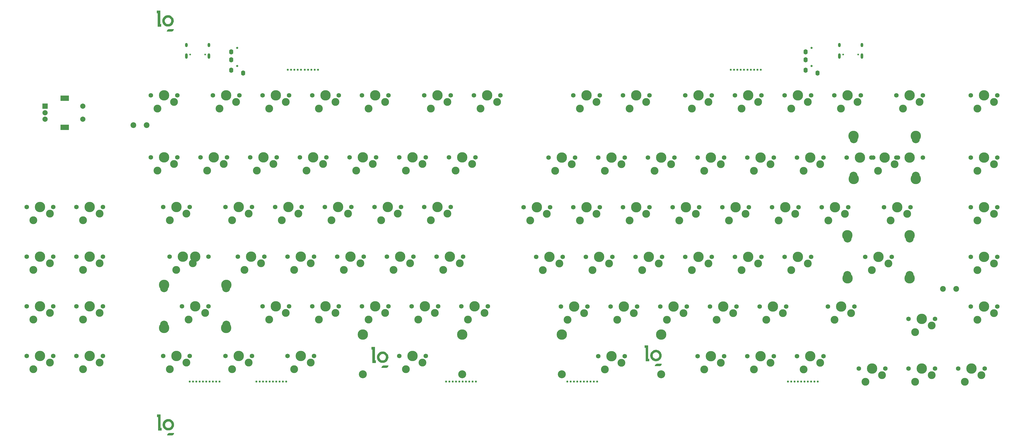
<source format=gbr>
%TF.GenerationSoftware,KiCad,Pcbnew,(5.99.0-12118-g897269f33f)*%
%TF.CreationDate,2021-10-13T23:43:10-04:00*%
%TF.ProjectId,dadboard,64616462-6f61-4726-942e-6b696361645f,rev?*%
%TF.SameCoordinates,Original*%
%TF.FileFunction,Soldermask,Top*%
%TF.FilePolarity,Negative*%
%FSLAX46Y46*%
G04 Gerber Fmt 4.6, Leading zero omitted, Abs format (unit mm)*
G04 Created by KiCad (PCBNEW (5.99.0-12118-g897269f33f)) date 2021-10-13 23:43:10*
%MOMM*%
%LPD*%
G01*
G04 APERTURE LIST*
%ADD10C,3.987800*%
%ADD11C,1.750000*%
%ADD12C,3.000000*%
%ADD13C,0.787400*%
%ADD14C,2.200000*%
%ADD15C,3.048000*%
%ADD16R,2.000000X2.000000*%
%ADD17C,2.000000*%
%ADD18R,3.200000X2.000000*%
%ADD19C,0.800000*%
%ADD20O,1.600000X2.000000*%
%ADD21C,0.650000*%
%ADD22O,1.000000X1.600000*%
%ADD23O,1.000000X2.100000*%
G04 APERTURE END LIST*
%TO.C,G\u002A\u002A\u002A*%
G36*
X151493416Y-51066715D02*
G01*
X151876370Y-51075493D01*
X151880507Y-51548324D01*
X151884643Y-52021154D01*
X150539939Y-52021154D01*
X150539939Y-46863000D01*
X150164800Y-46863000D01*
X150164800Y-45909524D01*
X151493416Y-45909524D01*
X151493416Y-51066715D01*
G37*
G36*
X152279699Y-49746877D02*
G01*
X152290876Y-49572359D01*
X152311986Y-49416407D01*
X152345185Y-49267310D01*
X152392633Y-49113354D01*
X152400664Y-49090385D01*
X152498398Y-48860086D01*
X152623098Y-48641807D01*
X152772133Y-48438263D01*
X152942871Y-48252169D01*
X153132681Y-48086239D01*
X153338932Y-47943187D01*
X153558992Y-47825728D01*
X153673503Y-47777395D01*
X153870329Y-47710251D01*
X154061149Y-47664462D01*
X154256805Y-47638041D01*
X154468138Y-47629004D01*
X154483931Y-47628971D01*
X154726751Y-47641332D01*
X154957158Y-47679266D01*
X155181743Y-47744294D01*
X155407095Y-47837939D01*
X155424554Y-47846325D01*
X155654421Y-47974643D01*
X155864328Y-48126461D01*
X156053143Y-48300325D01*
X156219734Y-48494781D01*
X156362970Y-48708374D01*
X156481719Y-48939648D01*
X156574849Y-49187150D01*
X156630180Y-49396007D01*
X156644469Y-49485674D01*
X156654338Y-49597954D01*
X156659778Y-49724511D01*
X156660781Y-49857009D01*
X156657340Y-49987113D01*
X156649446Y-50106486D01*
X156637090Y-50206792D01*
X156630996Y-50239247D01*
X156560521Y-50498254D01*
X156463493Y-50742646D01*
X156341213Y-50970849D01*
X156194982Y-51181292D01*
X156026098Y-51372402D01*
X155835864Y-51542606D01*
X155625578Y-51690332D01*
X155396542Y-51814008D01*
X155290449Y-51860284D01*
X155123629Y-51921585D01*
X154964369Y-51965427D01*
X154801974Y-51993963D01*
X154625750Y-52009346D01*
X154533600Y-52012679D01*
X154443794Y-52014216D01*
X154360967Y-52014726D01*
X154291988Y-52014233D01*
X154243721Y-52012763D01*
X154228800Y-52011585D01*
X153965934Y-51964134D01*
X153716319Y-51888393D01*
X153480309Y-51784534D01*
X153258255Y-51652728D01*
X153050508Y-51493150D01*
X152915629Y-51366878D01*
X152760329Y-51196660D01*
X152631522Y-51025190D01*
X152524949Y-50845597D01*
X152436351Y-50651008D01*
X152386186Y-50512629D01*
X152333095Y-50331062D01*
X152298483Y-50157906D01*
X152280765Y-49981764D01*
X152278765Y-49823624D01*
X153228662Y-49823624D01*
X153242185Y-50022686D01*
X153282894Y-50207545D01*
X153351835Y-50381030D01*
X153450048Y-50545973D01*
X153535362Y-50656206D01*
X153645985Y-50765859D01*
X153780186Y-50864644D01*
X153931064Y-50948633D01*
X154091714Y-51013896D01*
X154229976Y-51051542D01*
X154288630Y-51058768D01*
X154369484Y-51062042D01*
X154463771Y-51061684D01*
X154562723Y-51058020D01*
X154657573Y-51051370D01*
X154739554Y-51042060D01*
X154799324Y-51030567D01*
X154892681Y-50998638D01*
X154997431Y-50952015D01*
X155102800Y-50896339D01*
X155198014Y-50837249D01*
X155264922Y-50786839D01*
X155407897Y-50644833D01*
X155526163Y-50485853D01*
X155617938Y-50312737D01*
X155681434Y-50128323D01*
X155683043Y-50122016D01*
X155702864Y-50012545D01*
X155713387Y-49885724D01*
X155714273Y-49754152D01*
X155705186Y-49630429D01*
X155697554Y-49579566D01*
X155649712Y-49400921D01*
X155573853Y-49230973D01*
X155472812Y-49073372D01*
X155349425Y-48931771D01*
X155206526Y-48809819D01*
X155046950Y-48711168D01*
X155008674Y-48692386D01*
X154831953Y-48626341D01*
X154646117Y-48587755D01*
X154456124Y-48576591D01*
X154266930Y-48592811D01*
X154083493Y-48636378D01*
X153924000Y-48700617D01*
X153753215Y-48801522D01*
X153604080Y-48924848D01*
X153477260Y-49069932D01*
X153373419Y-49236114D01*
X153360110Y-49262324D01*
X153296170Y-49409436D01*
X153254853Y-49550122D01*
X153233393Y-49696192D01*
X153228662Y-49823624D01*
X152278765Y-49823624D01*
X152278355Y-49791240D01*
X152279699Y-49746877D01*
G37*
G36*
X156680632Y-53018076D02*
G01*
X156673273Y-53092843D01*
X156653303Y-53183815D01*
X156623884Y-53280208D01*
X156588178Y-53371235D01*
X156560970Y-53426285D01*
X156503385Y-53512569D01*
X156427006Y-53602197D01*
X156340248Y-53686809D01*
X156251530Y-53758042D01*
X156185355Y-53799481D01*
X156118985Y-53829957D01*
X156039625Y-53859786D01*
X155967932Y-53881543D01*
X155941068Y-53888039D01*
X155913524Y-53893557D01*
X155882621Y-53898177D01*
X155845682Y-53901978D01*
X155800031Y-53905039D01*
X155742991Y-53907439D01*
X155671884Y-53909258D01*
X155584033Y-53910576D01*
X155476761Y-53911470D01*
X155347390Y-53912022D01*
X155193245Y-53912310D01*
X155011647Y-53912413D01*
X154925951Y-53912420D01*
X154004701Y-53912420D01*
X154015484Y-53814728D01*
X154034908Y-53709043D01*
X154068520Y-53595762D01*
X154111421Y-53489849D01*
X154139320Y-53436511D01*
X154195447Y-53356137D01*
X154270016Y-53270916D01*
X154353735Y-53190435D01*
X154437316Y-53124276D01*
X154450734Y-53115214D01*
X154515236Y-53078182D01*
X154593452Y-53040763D01*
X154668937Y-53010796D01*
X154672079Y-53009723D01*
X154797125Y-52967418D01*
X155738879Y-52962291D01*
X156680632Y-52957164D01*
X156680632Y-53018076D01*
G37*
G36*
X-30390368Y75378924D02*
G01*
X-30397727Y75304157D01*
X-30417697Y75213185D01*
X-30447116Y75116792D01*
X-30482822Y75025765D01*
X-30510030Y74970715D01*
X-30567615Y74884431D01*
X-30643994Y74794803D01*
X-30730752Y74710191D01*
X-30819470Y74638958D01*
X-30885645Y74597519D01*
X-30952015Y74567043D01*
X-31031375Y74537214D01*
X-31103068Y74515457D01*
X-31129932Y74508961D01*
X-31157476Y74503443D01*
X-31188379Y74498823D01*
X-31225318Y74495022D01*
X-31270969Y74491961D01*
X-31328009Y74489561D01*
X-31399116Y74487742D01*
X-31486967Y74486424D01*
X-31594239Y74485530D01*
X-31723610Y74484978D01*
X-31877755Y74484690D01*
X-32059353Y74484587D01*
X-32145049Y74484580D01*
X-33066299Y74484580D01*
X-33055516Y74582272D01*
X-33036092Y74687957D01*
X-33002480Y74801238D01*
X-32959579Y74907151D01*
X-32931680Y74960489D01*
X-32875553Y75040863D01*
X-32800984Y75126084D01*
X-32717265Y75206565D01*
X-32633684Y75272724D01*
X-32620266Y75281786D01*
X-32555764Y75318818D01*
X-32477548Y75356237D01*
X-32402063Y75386204D01*
X-32398921Y75387277D01*
X-32273875Y75429582D01*
X-31332121Y75434709D01*
X-30390368Y75439836D01*
X-30390368Y75378924D01*
G37*
G36*
X-35577584Y77330285D02*
G01*
X-35194630Y77321507D01*
X-35190493Y76848676D01*
X-35186357Y76375846D01*
X-36531061Y76375846D01*
X-36531061Y81534000D01*
X-36906200Y81534000D01*
X-36906200Y82487476D01*
X-35577584Y82487476D01*
X-35577584Y77330285D01*
G37*
G36*
X-34791301Y78650123D02*
G01*
X-34780124Y78824641D01*
X-34759014Y78980593D01*
X-34725815Y79129690D01*
X-34678367Y79283646D01*
X-34670336Y79306615D01*
X-34572602Y79536914D01*
X-34447902Y79755193D01*
X-34298867Y79958737D01*
X-34128129Y80144831D01*
X-33938319Y80310761D01*
X-33732068Y80453813D01*
X-33512008Y80571272D01*
X-33397497Y80619605D01*
X-33200671Y80686749D01*
X-33009851Y80732538D01*
X-32814195Y80758959D01*
X-32602862Y80767996D01*
X-32587069Y80768029D01*
X-32344249Y80755668D01*
X-32113842Y80717734D01*
X-31889257Y80652706D01*
X-31663905Y80559061D01*
X-31646446Y80550675D01*
X-31416579Y80422357D01*
X-31206672Y80270539D01*
X-31017857Y80096675D01*
X-30851266Y79902219D01*
X-30708030Y79688626D01*
X-30589281Y79457352D01*
X-30496151Y79209850D01*
X-30440820Y79000993D01*
X-30426531Y78911326D01*
X-30416662Y78799046D01*
X-30411222Y78672489D01*
X-30410219Y78539991D01*
X-30413660Y78409887D01*
X-30421554Y78290514D01*
X-30433910Y78190208D01*
X-30440004Y78157753D01*
X-30510479Y77898746D01*
X-30607507Y77654354D01*
X-30729787Y77426151D01*
X-30876018Y77215708D01*
X-31044902Y77024598D01*
X-31235136Y76854394D01*
X-31445422Y76706668D01*
X-31674458Y76582992D01*
X-31780551Y76536716D01*
X-31947371Y76475415D01*
X-32106631Y76431573D01*
X-32269026Y76403037D01*
X-32445250Y76387654D01*
X-32537400Y76384321D01*
X-32627206Y76382784D01*
X-32710033Y76382274D01*
X-32779012Y76382767D01*
X-32827279Y76384237D01*
X-32842200Y76385415D01*
X-33105066Y76432866D01*
X-33354681Y76508607D01*
X-33590691Y76612466D01*
X-33812745Y76744272D01*
X-34020492Y76903850D01*
X-34155371Y77030122D01*
X-34310671Y77200340D01*
X-34439478Y77371810D01*
X-34546051Y77551403D01*
X-34634649Y77745992D01*
X-34684814Y77884371D01*
X-34737905Y78065938D01*
X-34772517Y78239094D01*
X-34790235Y78415236D01*
X-34792235Y78573376D01*
X-33842338Y78573376D01*
X-33828815Y78374314D01*
X-33788106Y78189455D01*
X-33719165Y78015970D01*
X-33620952Y77851027D01*
X-33535638Y77740794D01*
X-33425015Y77631141D01*
X-33290814Y77532356D01*
X-33139936Y77448367D01*
X-32979286Y77383104D01*
X-32841024Y77345458D01*
X-32782370Y77338232D01*
X-32701516Y77334958D01*
X-32607229Y77335316D01*
X-32508277Y77338980D01*
X-32413427Y77345630D01*
X-32331446Y77354940D01*
X-32271676Y77366433D01*
X-32178319Y77398362D01*
X-32073569Y77444985D01*
X-31968200Y77500661D01*
X-31872986Y77559751D01*
X-31806078Y77610161D01*
X-31663103Y77752167D01*
X-31544837Y77911147D01*
X-31453062Y78084263D01*
X-31389566Y78268677D01*
X-31387957Y78274984D01*
X-31368136Y78384455D01*
X-31357613Y78511276D01*
X-31356727Y78642848D01*
X-31365814Y78766571D01*
X-31373446Y78817434D01*
X-31421288Y78996079D01*
X-31497147Y79166027D01*
X-31598188Y79323628D01*
X-31721575Y79465229D01*
X-31864474Y79587181D01*
X-32024050Y79685832D01*
X-32062326Y79704614D01*
X-32239047Y79770659D01*
X-32424883Y79809245D01*
X-32614876Y79820409D01*
X-32804070Y79804189D01*
X-32987507Y79760622D01*
X-33147000Y79696383D01*
X-33317785Y79595478D01*
X-33466920Y79472152D01*
X-33593740Y79327068D01*
X-33697581Y79160886D01*
X-33710890Y79134676D01*
X-33774830Y78987564D01*
X-33816147Y78846878D01*
X-33837607Y78700808D01*
X-33842338Y78573376D01*
X-34792235Y78573376D01*
X-34792645Y78605760D01*
X-34791301Y78650123D01*
G37*
G36*
X-35450584Y-77609715D02*
G01*
X-35067630Y-77618493D01*
X-35063493Y-78091324D01*
X-35059357Y-78564154D01*
X-36404061Y-78564154D01*
X-36404061Y-73406000D01*
X-36779200Y-73406000D01*
X-36779200Y-72452524D01*
X-35450584Y-72452524D01*
X-35450584Y-77609715D01*
G37*
G36*
X-34664301Y-76289877D02*
G01*
X-34653124Y-76115359D01*
X-34632014Y-75959407D01*
X-34598815Y-75810310D01*
X-34551367Y-75656354D01*
X-34543336Y-75633385D01*
X-34445602Y-75403086D01*
X-34320902Y-75184807D01*
X-34171867Y-74981263D01*
X-34001129Y-74795169D01*
X-33811319Y-74629239D01*
X-33605068Y-74486187D01*
X-33385008Y-74368728D01*
X-33270497Y-74320395D01*
X-33073671Y-74253251D01*
X-32882851Y-74207462D01*
X-32687195Y-74181041D01*
X-32475862Y-74172004D01*
X-32460069Y-74171971D01*
X-32217249Y-74184332D01*
X-31986842Y-74222266D01*
X-31762257Y-74287294D01*
X-31536905Y-74380939D01*
X-31519446Y-74389325D01*
X-31289579Y-74517643D01*
X-31079672Y-74669461D01*
X-30890857Y-74843325D01*
X-30724266Y-75037781D01*
X-30581030Y-75251374D01*
X-30462281Y-75482648D01*
X-30369151Y-75730150D01*
X-30313820Y-75939007D01*
X-30299531Y-76028674D01*
X-30289662Y-76140954D01*
X-30284222Y-76267511D01*
X-30283219Y-76400009D01*
X-30286660Y-76530113D01*
X-30294554Y-76649486D01*
X-30306910Y-76749792D01*
X-30313004Y-76782247D01*
X-30383479Y-77041254D01*
X-30480507Y-77285646D01*
X-30602787Y-77513849D01*
X-30749018Y-77724292D01*
X-30917902Y-77915402D01*
X-31108136Y-78085606D01*
X-31318422Y-78233332D01*
X-31547458Y-78357008D01*
X-31653551Y-78403284D01*
X-31820371Y-78464585D01*
X-31979631Y-78508427D01*
X-32142026Y-78536963D01*
X-32318250Y-78552346D01*
X-32410400Y-78555679D01*
X-32500206Y-78557216D01*
X-32583033Y-78557726D01*
X-32652012Y-78557233D01*
X-32700279Y-78555763D01*
X-32715200Y-78554585D01*
X-32978066Y-78507134D01*
X-33227681Y-78431393D01*
X-33463691Y-78327534D01*
X-33685745Y-78195728D01*
X-33893492Y-78036150D01*
X-34028371Y-77909878D01*
X-34183671Y-77739660D01*
X-34312478Y-77568190D01*
X-34419051Y-77388597D01*
X-34507649Y-77194008D01*
X-34557814Y-77055629D01*
X-34610905Y-76874062D01*
X-34645517Y-76700906D01*
X-34663235Y-76524764D01*
X-34665235Y-76366624D01*
X-33715338Y-76366624D01*
X-33701815Y-76565686D01*
X-33661106Y-76750545D01*
X-33592165Y-76924030D01*
X-33493952Y-77088973D01*
X-33408638Y-77199206D01*
X-33298015Y-77308859D01*
X-33163814Y-77407644D01*
X-33012936Y-77491633D01*
X-32852286Y-77556896D01*
X-32714024Y-77594542D01*
X-32655370Y-77601768D01*
X-32574516Y-77605042D01*
X-32480229Y-77604684D01*
X-32381277Y-77601020D01*
X-32286427Y-77594370D01*
X-32204446Y-77585060D01*
X-32144676Y-77573567D01*
X-32051319Y-77541638D01*
X-31946569Y-77495015D01*
X-31841200Y-77439339D01*
X-31745986Y-77380249D01*
X-31679078Y-77329839D01*
X-31536103Y-77187833D01*
X-31417837Y-77028853D01*
X-31326062Y-76855737D01*
X-31262566Y-76671323D01*
X-31260957Y-76665016D01*
X-31241136Y-76555545D01*
X-31230613Y-76428724D01*
X-31229727Y-76297152D01*
X-31238814Y-76173429D01*
X-31246446Y-76122566D01*
X-31294288Y-75943921D01*
X-31370147Y-75773973D01*
X-31471188Y-75616372D01*
X-31594575Y-75474771D01*
X-31737474Y-75352819D01*
X-31897050Y-75254168D01*
X-31935326Y-75235386D01*
X-32112047Y-75169341D01*
X-32297883Y-75130755D01*
X-32487876Y-75119591D01*
X-32677070Y-75135811D01*
X-32860507Y-75179378D01*
X-33020000Y-75243617D01*
X-33190785Y-75344522D01*
X-33339920Y-75467848D01*
X-33466740Y-75612932D01*
X-33570581Y-75779114D01*
X-33583890Y-75805324D01*
X-33647830Y-75952436D01*
X-33689147Y-76093122D01*
X-33710607Y-76239192D01*
X-33715338Y-76366624D01*
X-34665235Y-76366624D01*
X-34665645Y-76334240D01*
X-34664301Y-76289877D01*
G37*
G36*
X-30263368Y-79561076D02*
G01*
X-30270727Y-79635843D01*
X-30290697Y-79726815D01*
X-30320116Y-79823208D01*
X-30355822Y-79914235D01*
X-30383030Y-79969285D01*
X-30440615Y-80055569D01*
X-30516994Y-80145197D01*
X-30603752Y-80229809D01*
X-30692470Y-80301042D01*
X-30758645Y-80342481D01*
X-30825015Y-80372957D01*
X-30904375Y-80402786D01*
X-30976068Y-80424543D01*
X-31002932Y-80431039D01*
X-31030476Y-80436557D01*
X-31061379Y-80441177D01*
X-31098318Y-80444978D01*
X-31143969Y-80448039D01*
X-31201009Y-80450439D01*
X-31272116Y-80452258D01*
X-31359967Y-80453576D01*
X-31467239Y-80454470D01*
X-31596610Y-80455022D01*
X-31750755Y-80455310D01*
X-31932353Y-80455413D01*
X-32018049Y-80455420D01*
X-32939299Y-80455420D01*
X-32928516Y-80357728D01*
X-32909092Y-80252043D01*
X-32875480Y-80138762D01*
X-32832579Y-80032849D01*
X-32804680Y-79979511D01*
X-32748553Y-79899137D01*
X-32673984Y-79813916D01*
X-32590265Y-79733435D01*
X-32506684Y-79667276D01*
X-32493266Y-79658214D01*
X-32428764Y-79621182D01*
X-32350548Y-79583763D01*
X-32275063Y-79553796D01*
X-32271921Y-79552723D01*
X-32146875Y-79510418D01*
X-31205121Y-79505291D01*
X-30263368Y-79500164D01*
X-30263368Y-79561076D01*
G37*
G36*
X46718416Y-51701715D02*
G01*
X47101370Y-51710493D01*
X47105507Y-52183324D01*
X47109643Y-52656154D01*
X45764939Y-52656154D01*
X45764939Y-47498000D01*
X45389800Y-47498000D01*
X45389800Y-46544524D01*
X46718416Y-46544524D01*
X46718416Y-51701715D01*
G37*
G36*
X47504699Y-50381877D02*
G01*
X47515876Y-50207359D01*
X47536986Y-50051407D01*
X47570185Y-49902310D01*
X47617633Y-49748354D01*
X47625664Y-49725385D01*
X47723398Y-49495086D01*
X47848098Y-49276807D01*
X47997133Y-49073263D01*
X48167871Y-48887169D01*
X48357681Y-48721239D01*
X48563932Y-48578187D01*
X48783992Y-48460728D01*
X48898503Y-48412395D01*
X49095329Y-48345251D01*
X49286149Y-48299462D01*
X49481805Y-48273041D01*
X49693138Y-48264004D01*
X49708931Y-48263971D01*
X49951751Y-48276332D01*
X50182158Y-48314266D01*
X50406743Y-48379294D01*
X50632095Y-48472939D01*
X50649554Y-48481325D01*
X50879421Y-48609643D01*
X51089328Y-48761461D01*
X51278143Y-48935325D01*
X51444734Y-49129781D01*
X51587970Y-49343374D01*
X51706719Y-49574648D01*
X51799849Y-49822150D01*
X51855180Y-50031007D01*
X51869469Y-50120674D01*
X51879338Y-50232954D01*
X51884778Y-50359511D01*
X51885781Y-50492009D01*
X51882340Y-50622113D01*
X51874446Y-50741486D01*
X51862090Y-50841792D01*
X51855996Y-50874247D01*
X51785521Y-51133254D01*
X51688493Y-51377646D01*
X51566213Y-51605849D01*
X51419982Y-51816292D01*
X51251098Y-52007402D01*
X51060864Y-52177606D01*
X50850578Y-52325332D01*
X50621542Y-52449008D01*
X50515449Y-52495284D01*
X50348629Y-52556585D01*
X50189369Y-52600427D01*
X50026974Y-52628963D01*
X49850750Y-52644346D01*
X49758600Y-52647679D01*
X49668794Y-52649216D01*
X49585967Y-52649726D01*
X49516988Y-52649233D01*
X49468721Y-52647763D01*
X49453800Y-52646585D01*
X49190934Y-52599134D01*
X48941319Y-52523393D01*
X48705309Y-52419534D01*
X48483255Y-52287728D01*
X48275508Y-52128150D01*
X48140629Y-52001878D01*
X47985329Y-51831660D01*
X47856522Y-51660190D01*
X47749949Y-51480597D01*
X47661351Y-51286008D01*
X47611186Y-51147629D01*
X47558095Y-50966062D01*
X47523483Y-50792906D01*
X47505765Y-50616764D01*
X47503765Y-50458624D01*
X48453662Y-50458624D01*
X48467185Y-50657686D01*
X48507894Y-50842545D01*
X48576835Y-51016030D01*
X48675048Y-51180973D01*
X48760362Y-51291206D01*
X48870985Y-51400859D01*
X49005186Y-51499644D01*
X49156064Y-51583633D01*
X49316714Y-51648896D01*
X49454976Y-51686542D01*
X49513630Y-51693768D01*
X49594484Y-51697042D01*
X49688771Y-51696684D01*
X49787723Y-51693020D01*
X49882573Y-51686370D01*
X49964554Y-51677060D01*
X50024324Y-51665567D01*
X50117681Y-51633638D01*
X50222431Y-51587015D01*
X50327800Y-51531339D01*
X50423014Y-51472249D01*
X50489922Y-51421839D01*
X50632897Y-51279833D01*
X50751163Y-51120853D01*
X50842938Y-50947737D01*
X50906434Y-50763323D01*
X50908043Y-50757016D01*
X50927864Y-50647545D01*
X50938387Y-50520724D01*
X50939273Y-50389152D01*
X50930186Y-50265429D01*
X50922554Y-50214566D01*
X50874712Y-50035921D01*
X50798853Y-49865973D01*
X50697812Y-49708372D01*
X50574425Y-49566771D01*
X50431526Y-49444819D01*
X50271950Y-49346168D01*
X50233674Y-49327386D01*
X50056953Y-49261341D01*
X49871117Y-49222755D01*
X49681124Y-49211591D01*
X49491930Y-49227811D01*
X49308493Y-49271378D01*
X49149000Y-49335617D01*
X48978215Y-49436522D01*
X48829080Y-49559848D01*
X48702260Y-49704932D01*
X48598419Y-49871114D01*
X48585110Y-49897324D01*
X48521170Y-50044436D01*
X48479853Y-50185122D01*
X48458393Y-50331192D01*
X48453662Y-50458624D01*
X47503765Y-50458624D01*
X47503355Y-50426240D01*
X47504699Y-50381877D01*
G37*
G36*
X51905632Y-53653076D02*
G01*
X51898273Y-53727843D01*
X51878303Y-53818815D01*
X51848884Y-53915208D01*
X51813178Y-54006235D01*
X51785970Y-54061285D01*
X51728385Y-54147569D01*
X51652006Y-54237197D01*
X51565248Y-54321809D01*
X51476530Y-54393042D01*
X51410355Y-54434481D01*
X51343985Y-54464957D01*
X51264625Y-54494786D01*
X51192932Y-54516543D01*
X51166068Y-54523039D01*
X51138524Y-54528557D01*
X51107621Y-54533177D01*
X51070682Y-54536978D01*
X51025031Y-54540039D01*
X50967991Y-54542439D01*
X50896884Y-54544258D01*
X50809033Y-54545576D01*
X50701761Y-54546470D01*
X50572390Y-54547022D01*
X50418245Y-54547310D01*
X50236647Y-54547413D01*
X50150951Y-54547420D01*
X49229701Y-54547420D01*
X49240484Y-54449728D01*
X49259908Y-54344043D01*
X49293520Y-54230762D01*
X49336421Y-54124849D01*
X49364320Y-54071511D01*
X49420447Y-53991137D01*
X49495016Y-53905916D01*
X49578735Y-53825435D01*
X49662316Y-53759276D01*
X49675734Y-53750214D01*
X49740236Y-53713182D01*
X49818452Y-53675763D01*
X49893937Y-53645796D01*
X49897079Y-53644723D01*
X50022125Y-53602418D01*
X50963879Y-53597291D01*
X51905632Y-53592164D01*
X51905632Y-53653076D01*
G37*
%TD*%
D10*
%TO.C,MX43*%
X213614000Y26162000D03*
D11*
X218694000Y26162000D03*
X208534000Y26162000D03*
%TD*%
D10*
%TO.C,MX128*%
X56400700Y-11912600D03*
D12*
X60210700Y-14452600D03*
D11*
X61480700Y-11912600D03*
D12*
X53860700Y-16992600D03*
D11*
X51320700Y-11912600D03*
%TD*%
%TO.C,MX65*%
X141859000Y7112000D03*
D10*
X146939000Y7112000D03*
D11*
X152019000Y7112000D03*
%TD*%
D12*
%TO.C,MX91*%
X-31864300Y2057400D03*
D11*
X-24244300Y7137400D03*
X-34404300Y7137400D03*
D10*
X-29324300Y7137400D03*
D12*
X-25514300Y4597400D03*
%TD*%
%TO.C,MX56*%
X141224000Y23622000D03*
D11*
X132334000Y26162000D03*
D10*
X137414000Y26162000D03*
D11*
X142494000Y26162000D03*
D12*
X134874000Y21082000D03*
%TD*%
D11*
%TO.C,MX169*%
X-76631800Y-50012600D03*
D10*
X-81711800Y-50012600D03*
D11*
X-86791800Y-50012600D03*
%TD*%
D10*
%TO.C,MX33*%
X4013200Y26187400D03*
D11*
X9093200Y26187400D03*
X-1066800Y26187400D03*
%TD*%
%TO.C,MX127*%
X42430700Y-11912600D03*
D12*
X34810700Y-16992600D03*
X41160700Y-14452600D03*
D10*
X37350700Y-11912600D03*
D11*
X32270700Y-11912600D03*
%TD*%
%TO.C,MX137*%
X285369000Y-30988000D03*
X275209000Y-30988000D03*
D10*
X280289000Y-30988000D03*
%TD*%
D12*
%TO.C,MX183*%
X-58851800Y-52552600D03*
D11*
X-67741800Y-50012600D03*
D12*
X-65201800Y-55092600D03*
D11*
X-57581800Y-50012600D03*
D10*
X-62661800Y-50012600D03*
%TD*%
%TO.C,MX155*%
X-62661800Y-30962600D03*
D12*
X-65201800Y-36042600D03*
D11*
X-67741800Y-30962600D03*
D12*
X-58851800Y-33502600D03*
D11*
X-57581800Y-30962600D03*
%TD*%
%TO.C,MX173*%
X23380700Y-50012600D03*
D10*
X18300700Y-50012600D03*
D11*
X13220700Y-50012600D03*
%TD*%
%TO.C,MX34*%
X17983200Y26187400D03*
X28143200Y26187400D03*
D10*
X23063200Y26187400D03*
%TD*%
D11*
%TO.C,MX131*%
X137096500Y-30988000D03*
D10*
X142176500Y-30988000D03*
D11*
X147256500Y-30988000D03*
%TD*%
D12*
%TO.C,MX82*%
X150749000Y4572000D03*
D11*
X141859000Y7112000D03*
D12*
X144399000Y2032000D03*
D10*
X146939000Y7112000D03*
D11*
X152019000Y7112000D03*
%TD*%
D10*
%TO.C,MX6*%
X70688200Y49999900D03*
D11*
X75768200Y49999900D03*
X65608200Y49999900D03*
%TD*%
D13*
%TO.C,REF\u002A\u002A*%
X79121000Y-59817000D03*
X76581000Y-59817000D03*
X77851000Y-59817000D03*
X74041000Y-59817000D03*
X75311000Y-59817000D03*
%TD*%
D12*
%TO.C,MX22*%
X93548200Y47459900D03*
D11*
X94818200Y49999900D03*
X84658200Y49999900D03*
D12*
X87198200Y44919900D03*
D10*
X89738200Y49999900D03*
%TD*%
D12*
%TO.C,MX58*%
X172974000Y21082000D03*
D10*
X175514000Y26162000D03*
D12*
X179324000Y23622000D03*
D11*
X180594000Y26162000D03*
X170434000Y26162000D03*
%TD*%
%TO.C,MX41*%
X170434000Y26162000D03*
X180594000Y26162000D03*
D10*
X175514000Y26162000D03*
%TD*%
D11*
%TO.C,MX134*%
X194246500Y-30988000D03*
X204406500Y-30988000D03*
D10*
X199326500Y-30988000D03*
%TD*%
D12*
%TO.C,MX151*%
X229330250Y-33528000D03*
D10*
X225520250Y-30988000D03*
D11*
X230600250Y-30988000D03*
X220440250Y-30988000D03*
D12*
X222980250Y-36068000D03*
%TD*%
D10*
%TO.C,MX142*%
X27825700Y-30962600D03*
D11*
X32905700Y-30962600D03*
X22745700Y-30962600D03*
%TD*%
%TO.C,MX170*%
X-57581800Y-50012600D03*
X-67741800Y-50012600D03*
D10*
X-62661800Y-50012600D03*
%TD*%
%TO.C,MX113*%
X75450700Y-11912600D03*
D11*
X70370700Y-11912600D03*
X80530700Y-11912600D03*
%TD*%
%TO.C,MX165*%
X208534000Y-50038000D03*
X218694000Y-50038000D03*
D10*
X213614000Y-50038000D03*
%TD*%
D11*
%TO.C,MX167*%
X261493000Y-54787800D03*
D10*
X256413000Y-54787800D03*
D11*
X251333000Y-54787800D03*
%TD*%
%TO.C,MX185*%
X-431800Y-50012600D03*
D12*
X-1701800Y-52552600D03*
D11*
X-10591800Y-50012600D03*
D10*
X-5511800Y-50012600D03*
D12*
X-8051800Y-55092600D03*
%TD*%
%TO.C,MX153*%
X284099000Y-33528000D03*
D10*
X280289000Y-30988000D03*
D12*
X277749000Y-36068000D03*
D11*
X275209000Y-30988000D03*
X285369000Y-30988000D03*
%TD*%
%TO.C,MX145*%
X79895700Y-30962600D03*
X90055700Y-30962600D03*
D10*
X84975700Y-30962600D03*
%TD*%
%TO.C,MX148*%
X161226500Y-30988000D03*
D11*
X166306500Y-30988000D03*
X156146500Y-30988000D03*
D12*
X165036500Y-33528000D03*
X158686500Y-36068000D03*
%TD*%
D13*
%TO.C,REF\u002A\u002A*%
X-24257000Y-59817000D03*
X-19177000Y-59817000D03*
X-22987000Y-59817000D03*
X-20447000Y-59817000D03*
X-21717000Y-59817000D03*
%TD*%
D11*
%TO.C,MX138*%
X-86791800Y-30962600D03*
X-76631800Y-30962600D03*
D10*
X-81711800Y-30962600D03*
%TD*%
%TO.C,MX9*%
X146939000Y50038000D03*
D11*
X152019000Y50038000D03*
X141859000Y50038000D03*
%TD*%
%TO.C,MX72*%
X-76631800Y7137400D03*
D10*
X-81711800Y7137400D03*
D11*
X-86791800Y7137400D03*
%TD*%
D10*
%TO.C,MX107*%
X-26943050Y-11912600D03*
D11*
X-21863050Y-11912600D03*
X-32023050Y-11912600D03*
%TD*%
D10*
%TO.C,MX77*%
X32588200Y7137400D03*
D11*
X37668200Y7137400D03*
X27508200Y7137400D03*
%TD*%
%TO.C,MX84*%
X179959000Y7112000D03*
D10*
X185039000Y7112000D03*
D11*
X190119000Y7112000D03*
D12*
X182499000Y2032000D03*
X188849000Y4572000D03*
%TD*%
D11*
%TO.C,MX161*%
X90055700Y-30962600D03*
X79895700Y-30962600D03*
D12*
X88785700Y-33502600D03*
D10*
X84975700Y-30962600D03*
D12*
X82435700Y-36042600D03*
%TD*%
%TO.C,MX86*%
X226949000Y4572000D03*
D11*
X218059000Y7112000D03*
X228219000Y7112000D03*
D10*
X223139000Y7112000D03*
D12*
X220599000Y2032000D03*
%TD*%
D10*
%TO.C,MX38*%
X118364000Y26162000D03*
D11*
X113284000Y26162000D03*
X123444000Y26162000D03*
%TD*%
%TO.C,MX143*%
X41795700Y-30962600D03*
X51955700Y-30962600D03*
D10*
X46875700Y-30962600D03*
%TD*%
D14*
%TO.C,JP1*%
X-45847000Y38608000D03*
X-40767000Y38608000D03*
%TD*%
D12*
%TO.C,MX114*%
X117411500Y-14478000D03*
D11*
X118681500Y-11938000D03*
D10*
X113601500Y-11938000D03*
D12*
X111061500Y-17018000D03*
D11*
X108521500Y-11938000D03*
%TD*%
%TO.C,MX36*%
X56083200Y26187400D03*
D10*
X61163200Y26187400D03*
D11*
X66243200Y26187400D03*
%TD*%
D10*
%TO.C,MX88*%
X280289000Y7112000D03*
D11*
X285369000Y7112000D03*
D12*
X277749000Y2032000D03*
D11*
X275209000Y7112000D03*
D12*
X284099000Y4572000D03*
%TD*%
D10*
%TO.C,MX147*%
X142176500Y-30988000D03*
D11*
X147256500Y-30988000D03*
D12*
X139636500Y-36068000D03*
X145986500Y-33528000D03*
D11*
X137096500Y-30988000D03*
%TD*%
D10*
%TO.C,MX118*%
X189801500Y-11938000D03*
D12*
X187261500Y-17018000D03*
D11*
X194881500Y-11938000D03*
D12*
X193611500Y-14478000D03*
D11*
X184721500Y-11938000D03*
%TD*%
D10*
%TO.C,MX37*%
X80213200Y26187400D03*
D11*
X85293200Y26187400D03*
X75133200Y26187400D03*
%TD*%
D12*
%TO.C,MX89*%
X-84251800Y2057400D03*
D11*
X-86791800Y7137400D03*
D12*
X-77901800Y4597400D03*
D10*
X-81711800Y7137400D03*
D11*
X-76631800Y7137400D03*
%TD*%
%TO.C,MX112*%
X51320700Y-11912600D03*
X61480700Y-11912600D03*
D10*
X56400700Y-11912600D03*
%TD*%
D12*
%TO.C,MX178*%
X217424000Y-52578000D03*
D11*
X208534000Y-50038000D03*
X218694000Y-50038000D03*
D10*
X213614000Y-50038000D03*
D12*
X211074000Y-55118000D03*
%TD*%
%TO.C,MX19*%
X25285700Y44919900D03*
X31635700Y47459900D03*
D10*
X27825700Y49999900D03*
D11*
X32905700Y49999900D03*
X22745700Y49999900D03*
%TD*%
%TO.C,MX164*%
X189484000Y-50038000D03*
X199644000Y-50038000D03*
D10*
X194564000Y-50038000D03*
%TD*%
D11*
%TO.C,MX43*%
X227584000Y26162000D03*
D10*
X232664000Y26162000D03*
D11*
X237744000Y26162000D03*
%TD*%
%TO.C,MX146*%
X128206500Y-30988000D03*
X118046500Y-30988000D03*
D10*
X123126500Y-30988000D03*
D12*
X126936500Y-33528000D03*
X120586500Y-36068000D03*
%TD*%
D11*
%TO.C,MX16*%
X-39166800Y49999900D03*
D10*
X-34086800Y49999900D03*
D12*
X-36626800Y44919900D03*
X-30276800Y47459900D03*
D11*
X-29006800Y49999900D03*
%TD*%
D12*
%TO.C,MX158*%
X25285700Y-36042600D03*
D11*
X22745700Y-30962600D03*
X32905700Y-30962600D03*
D12*
X31635700Y-33502600D03*
D10*
X27825700Y-30962600D03*
%TD*%
%TO.C,MX105*%
X-81711800Y-11912600D03*
D11*
X-76631800Y-11912600D03*
X-86791800Y-11912600D03*
%TD*%
%TO.C,MX74*%
X-34404300Y7137400D03*
D10*
X-29324300Y7137400D03*
D11*
X-24244300Y7137400D03*
%TD*%
%TO.C,MX116*%
X146621500Y-11938000D03*
D10*
X151701500Y-11938000D03*
D12*
X155511500Y-14478000D03*
D11*
X156781500Y-11938000D03*
D12*
X149161500Y-17018000D03*
%TD*%
D10*
%TO.C,MX76*%
X13538200Y7137400D03*
D11*
X8458200Y7137400D03*
X18618200Y7137400D03*
%TD*%
D10*
%TO.C,MX104*%
X280289000Y-11938000D03*
D11*
X275209000Y-11938000D03*
X285369000Y-11938000D03*
%TD*%
%TO.C,MX154*%
X-86791800Y-30962600D03*
X-76631800Y-30962600D03*
D12*
X-77901800Y-33502600D03*
D10*
X-81711800Y-30962600D03*
D12*
X-84251800Y-36042600D03*
%TD*%
%TO.C,MX26*%
X193611500Y47498000D03*
X187261500Y44958000D03*
D11*
X184721500Y50038000D03*
D10*
X189801500Y50038000D03*
D11*
X194881500Y50038000D03*
%TD*%
D12*
%TO.C,MX20*%
X50685700Y47459900D03*
D11*
X41795700Y49999900D03*
X51955700Y49999900D03*
D12*
X44335700Y44919900D03*
D10*
X46875700Y49999900D03*
%TD*%
D11*
%TO.C,MX69*%
X228219000Y7112000D03*
D10*
X223139000Y7112000D03*
D11*
X218059000Y7112000D03*
%TD*%
%TO.C,MX98*%
X137731500Y-11938000D03*
X127571500Y-11938000D03*
D10*
X132651500Y-11938000D03*
%TD*%
D11*
%TO.C,MX2*%
X-5194300Y49999900D03*
D10*
X-10274300Y49999900D03*
D11*
X-15354300Y49999900D03*
%TD*%
D12*
%TO.C,MX159*%
X44335700Y-36042600D03*
D11*
X41795700Y-30962600D03*
X51955700Y-30962600D03*
D12*
X50685700Y-33502600D03*
D10*
X46875700Y-30962600D03*
%TD*%
D11*
%TO.C,MX182*%
X-76631800Y-50012600D03*
D12*
X-84251800Y-55092600D03*
X-77901800Y-52552600D03*
D11*
X-86791800Y-50012600D03*
D10*
X-81711800Y-50012600D03*
%TD*%
D11*
%TO.C,MX40*%
X161544000Y26162000D03*
D10*
X156464000Y26162000D03*
D11*
X151384000Y26162000D03*
%TD*%
%TO.C,MX152*%
X251333000Y-35737800D03*
D12*
X260223000Y-38277800D03*
D11*
X261493000Y-35737800D03*
D12*
X253873000Y-40817800D03*
D10*
X256413000Y-35737800D03*
%TD*%
D11*
%TO.C,MX61*%
X237109000Y26162000D03*
D10*
X254127000Y34417000D03*
X242189000Y26162000D03*
D12*
X245999000Y23622000D03*
D10*
X230251000Y34417000D03*
D11*
X247269000Y26162000D03*
D15*
X254127000Y19177000D03*
D12*
X239649000Y21082000D03*
D15*
X230251000Y19177000D03*
%TD*%
D11*
%TO.C,MX144*%
X60845700Y-30962600D03*
X71005700Y-30962600D03*
D10*
X65925700Y-30962600D03*
%TD*%
D11*
%TO.C,MX10*%
X175831500Y50038000D03*
D10*
X170751500Y50038000D03*
D11*
X165671500Y50038000D03*
%TD*%
D12*
%TO.C,MX121*%
X277749000Y-17018000D03*
D11*
X275209000Y-11938000D03*
D12*
X284099000Y-14478000D03*
D10*
X280289000Y-11938000D03*
D11*
X285369000Y-11938000D03*
%TD*%
D13*
%TO.C,REF\u002A\u002A*%
X131953000Y-59817000D03*
X130683000Y-59817000D03*
X126873000Y-59817000D03*
X129413000Y-59817000D03*
X128143000Y-59817000D03*
%TD*%
D11*
%TO.C,MX109*%
X4330700Y-11912600D03*
D10*
X-749300Y-11912600D03*
D11*
X-5829300Y-11912600D03*
%TD*%
D12*
%TO.C,MX120*%
X243617750Y-14478000D03*
D15*
X251745750Y-18923000D03*
D11*
X244887750Y-11938000D03*
D15*
X227869750Y-18923000D03*
D12*
X237267750Y-17018000D03*
D10*
X239807750Y-11938000D03*
D11*
X234727750Y-11938000D03*
D10*
X227869750Y-3683000D03*
X251745750Y-3683000D03*
%TD*%
%TO.C,MX13*%
X227901500Y50038000D03*
D11*
X232981500Y50038000D03*
X222821500Y50038000D03*
%TD*%
D12*
%TO.C,MX80*%
X106299000Y2032000D03*
D10*
X108839000Y7112000D03*
D11*
X103759000Y7112000D03*
D12*
X112649000Y4572000D03*
D11*
X113919000Y7112000D03*
%TD*%
D13*
%TO.C,REF\u002A\u002A*%
X207645000Y-59817000D03*
X206375000Y-59817000D03*
X208915000Y-59817000D03*
X210185000Y-59817000D03*
X205105000Y-59817000D03*
%TD*%
D11*
%TO.C,MX4*%
X32905700Y49999900D03*
X22745700Y49999900D03*
D10*
X27825700Y49999900D03*
%TD*%
D11*
%TO.C,MX15*%
X275209000Y50038000D03*
D10*
X280289000Y50038000D03*
D11*
X285369000Y50038000D03*
%TD*%
D10*
%TO.C,MX32*%
X-15036800Y26187400D03*
D11*
X-9956800Y26187400D03*
X-20116800Y26187400D03*
%TD*%
%TO.C,MX85*%
X209169000Y7112000D03*
D12*
X207899000Y4572000D03*
X201549000Y2032000D03*
D10*
X204089000Y7112000D03*
D11*
X199009000Y7112000D03*
%TD*%
%TO.C,MX168*%
X280543000Y-54787800D03*
X270383000Y-54787800D03*
D10*
X275463000Y-54787800D03*
%TD*%
D12*
%TO.C,MX160*%
X63385700Y-36042600D03*
X69735700Y-33502600D03*
D11*
X60845700Y-30962600D03*
X71005700Y-30962600D03*
D10*
X65925700Y-30962600D03*
%TD*%
D14*
%TO.C,JP2*%
X264541000Y-24257000D03*
X269621000Y-24257000D03*
%TD*%
D11*
%TO.C,MX70*%
X252031500Y7112000D03*
X241871500Y7112000D03*
D10*
X246951500Y7112000D03*
%TD*%
D12*
%TO.C,MX175*%
X134874000Y-55118000D03*
D11*
X142494000Y-50038000D03*
D12*
X141224000Y-52578000D03*
D11*
X132334000Y-50038000D03*
D10*
X137414000Y-50038000D03*
%TD*%
D11*
%TO.C,MX45*%
X237109000Y26162000D03*
D15*
X254095250Y33147000D03*
D11*
X247269000Y26162000D03*
D10*
X230282750Y17907000D03*
X242189000Y26162000D03*
X254095250Y17907000D03*
D15*
X230282750Y33147000D03*
%TD*%
D11*
%TO.C,MX23*%
X132969000Y50038000D03*
D10*
X127889000Y50038000D03*
D12*
X131699000Y47498000D03*
X125349000Y44958000D03*
D11*
X122809000Y50038000D03*
%TD*%
D10*
%TO.C,MX139*%
X-62661800Y-30962600D03*
D11*
X-57581800Y-30962600D03*
X-67741800Y-30962600D03*
%TD*%
D12*
%TO.C,MX18*%
X6235700Y44919900D03*
D11*
X3695700Y49999900D03*
D12*
X12585700Y47459900D03*
D10*
X8775700Y49999900D03*
D11*
X13855700Y49999900D03*
%TD*%
D12*
%TO.C,MX93*%
X17348200Y4597400D03*
D10*
X13538200Y7137400D03*
D11*
X18618200Y7137400D03*
D12*
X10998200Y2057400D03*
D11*
X8458200Y7137400D03*
%TD*%
%TO.C,MX141*%
X13855700Y-30962600D03*
D10*
X8775700Y-30962600D03*
D11*
X3695700Y-30962600D03*
%TD*%
%TO.C,MX75*%
X-10591800Y7137400D03*
D10*
X-5511800Y7137400D03*
D11*
X-431800Y7137400D03*
%TD*%
D13*
%TO.C,REF\u002A\u002A*%
X-15367000Y-59817000D03*
X-14097000Y-59817000D03*
X-12827000Y-59817000D03*
X-17907000Y-59817000D03*
X-16637000Y-59817000D03*
%TD*%
D12*
%TO.C,MX119*%
X206311500Y-17018000D03*
D10*
X208851500Y-11938000D03*
D11*
X203771500Y-11938000D03*
D12*
X212661500Y-14478000D03*
D11*
X213931500Y-11938000D03*
%TD*%
D12*
%TO.C,MX60*%
X211074000Y21082000D03*
D11*
X218694000Y26162000D03*
D12*
X217424000Y23622000D03*
D11*
X208534000Y26162000D03*
D10*
X213614000Y26162000D03*
%TD*%
%TO.C,MX124*%
X-26943050Y-11912600D03*
D12*
X-29483050Y-16992600D03*
D11*
X-32023050Y-11912600D03*
X-21863050Y-11912600D03*
D12*
X-23133050Y-14452600D03*
%TD*%
D10*
%TO.C,MX81*%
X127889000Y7112000D03*
D11*
X122809000Y7112000D03*
D12*
X131699000Y4572000D03*
X125349000Y2032000D03*
D11*
X132969000Y7112000D03*
%TD*%
%TO.C,MX62*%
X275209000Y26162000D03*
X285369000Y26162000D03*
D12*
X284099000Y23622000D03*
D10*
X280289000Y26162000D03*
D12*
X277749000Y21082000D03*
%TD*%
D10*
%TO.C,MX140*%
X-34086800Y-39217600D03*
D11*
X-27260550Y-30962600D03*
D15*
X-10274300Y-23977600D03*
D10*
X-22180550Y-30962600D03*
D11*
X-17100550Y-30962600D03*
D15*
X-34086800Y-23977600D03*
D10*
X-10274300Y-39217600D03*
%TD*%
%TO.C,MX174*%
X42113200Y-41757600D03*
D11*
X56083200Y-50012600D03*
D15*
X80213200Y-56997600D03*
D10*
X61163200Y-50012600D03*
D15*
X42113200Y-56997600D03*
D10*
X80213200Y-41757600D03*
D11*
X66243200Y-50012600D03*
%TD*%
%TO.C,MX47*%
X275209000Y26162000D03*
D10*
X280289000Y26162000D03*
D11*
X285369000Y26162000D03*
%TD*%
D10*
%TO.C,MX186*%
X18300700Y-50012600D03*
D11*
X13220700Y-50012600D03*
D12*
X15760700Y-55092600D03*
D11*
X23380700Y-50012600D03*
D12*
X22110700Y-52552600D03*
%TD*%
%TO.C,MX126*%
X22110700Y-14452600D03*
X15760700Y-16992600D03*
D11*
X13220700Y-11912600D03*
X23380700Y-11912600D03*
D10*
X18300700Y-11912600D03*
%TD*%
D11*
%TO.C,MX29*%
X246634000Y50038000D03*
X256794000Y50038000D03*
D12*
X249174000Y44958000D03*
D10*
X251714000Y50038000D03*
D12*
X255524000Y47498000D03*
%TD*%
%TO.C,MX187*%
X64973200Y-52552600D03*
D11*
X56083200Y-50012600D03*
D12*
X58623200Y-55092600D03*
D10*
X61163200Y-50012600D03*
D11*
X66243200Y-50012600D03*
%TD*%
%TO.C,MX122*%
X-76631800Y-11912600D03*
D12*
X-77901800Y-14452600D03*
D11*
X-86791800Y-11912600D03*
D10*
X-81711800Y-11912600D03*
D12*
X-84251800Y-16992600D03*
%TD*%
D13*
%TO.C,REF\u002A\u002A*%
X85471000Y-59817000D03*
X81661000Y-59817000D03*
X82931000Y-59817000D03*
X84201000Y-59817000D03*
X80391000Y-59817000D03*
%TD*%
%TO.C,REF\u002A\u002A*%
X194691000Y59817000D03*
X189611000Y59817000D03*
X193421000Y59817000D03*
X190881000Y59817000D03*
X192151000Y59817000D03*
%TD*%
%TO.C,REF\u002A\u002A*%
X24892000Y59817000D03*
X21082000Y59817000D03*
X23622000Y59817000D03*
X19812000Y59817000D03*
X22352000Y59817000D03*
%TD*%
D11*
%TO.C,MX55*%
X123444000Y26162000D03*
X113284000Y26162000D03*
D10*
X118364000Y26162000D03*
D12*
X115824000Y21082000D03*
X122174000Y23622000D03*
%TD*%
D11*
%TO.C,MX99*%
X146621500Y-11938000D03*
X156781500Y-11938000D03*
D10*
X151701500Y-11938000D03*
%TD*%
%TO.C,MX130*%
X123126500Y-30988000D03*
D11*
X118046500Y-30988000D03*
X128206500Y-30988000D03*
%TD*%
%TO.C,MX64*%
X122809000Y7112000D03*
X132969000Y7112000D03*
D10*
X127889000Y7112000D03*
%TD*%
%TO.C,MX3*%
X8775700Y49999900D03*
D11*
X13855700Y49999900D03*
X3695700Y49999900D03*
%TD*%
D12*
%TO.C,MX24*%
X150749000Y47498000D03*
X144399000Y44958000D03*
D11*
X141859000Y50038000D03*
D10*
X146939000Y50038000D03*
D11*
X152019000Y50038000D03*
%TD*%
D10*
%TO.C,MX135*%
X225520250Y-30988000D03*
D11*
X230600250Y-30988000D03*
X220440250Y-30988000D03*
%TD*%
D12*
%TO.C,MX96*%
X74498200Y4597400D03*
X68148200Y2057400D03*
D10*
X70688200Y7137400D03*
D11*
X65608200Y7137400D03*
X75768200Y7137400D03*
%TD*%
%TO.C,MX83*%
X160909000Y7112000D03*
D12*
X169799000Y4572000D03*
D11*
X171069000Y7112000D03*
D12*
X163449000Y2032000D03*
D10*
X165989000Y7112000D03*
%TD*%
D11*
%TO.C,MX103*%
X234727750Y-11938000D03*
D10*
X239807750Y-11938000D03*
D15*
X227901500Y-4953000D03*
D10*
X251714000Y-20193000D03*
X227901500Y-20193000D03*
D15*
X251714000Y-4953000D03*
D11*
X244887750Y-11938000D03*
%TD*%
D10*
%TO.C,MX123*%
X-62661800Y-11912600D03*
D11*
X-57581800Y-11912600D03*
D12*
X-65201800Y-16992600D03*
X-58851800Y-14452600D03*
D11*
X-67741800Y-11912600D03*
%TD*%
D10*
%TO.C,MX100*%
X170751500Y-11938000D03*
D11*
X165671500Y-11938000D03*
X175831500Y-11938000D03*
%TD*%
%TO.C,MX39*%
X142494000Y26162000D03*
D10*
X137414000Y26162000D03*
D11*
X132334000Y26162000D03*
%TD*%
%TO.C,MX90*%
X-57581800Y7137400D03*
D12*
X-58851800Y4597400D03*
D11*
X-67741800Y7137400D03*
D10*
X-62661800Y7137400D03*
D12*
X-65201800Y2057400D03*
%TD*%
D11*
%TO.C,MX50*%
X-1066800Y26187400D03*
D12*
X1473200Y21107400D03*
D11*
X9093200Y26187400D03*
D12*
X7823200Y23647400D03*
D10*
X4013200Y26187400D03*
%TD*%
D11*
%TO.C,MX30*%
X275209000Y50038000D03*
X285369000Y50038000D03*
D12*
X284099000Y47498000D03*
X277749000Y44958000D03*
D10*
X280289000Y50038000D03*
%TD*%
D11*
%TO.C,MX129*%
X70370700Y-11912600D03*
D12*
X79260700Y-14452600D03*
D11*
X80530700Y-11912600D03*
D12*
X72910700Y-16992600D03*
D10*
X75450700Y-11912600D03*
%TD*%
D11*
%TO.C,MX51*%
X28143200Y26187400D03*
D10*
X23063200Y26187400D03*
D12*
X20523200Y21107400D03*
D11*
X17983200Y26187400D03*
D12*
X26873200Y23647400D03*
%TD*%
%TO.C,MX177*%
X198374000Y-52578000D03*
D10*
X194564000Y-50038000D03*
D11*
X189484000Y-50038000D03*
X199644000Y-50038000D03*
D12*
X192024000Y-55118000D03*
%TD*%
%TO.C,MX95*%
X55448200Y4597400D03*
X49098200Y2057400D03*
D10*
X51638200Y7137400D03*
D11*
X46558200Y7137400D03*
X56718200Y7137400D03*
%TD*%
%TO.C,MX5*%
X51955700Y49999900D03*
X41795700Y49999900D03*
D10*
X46875700Y49999900D03*
%TD*%
D11*
%TO.C,MX14*%
X246634000Y50038000D03*
X256794000Y50038000D03*
D10*
X251714000Y50038000D03*
%TD*%
D11*
%TO.C,MX172*%
X-431800Y-50012600D03*
D10*
X-5511800Y-50012600D03*
D11*
X-10591800Y-50012600D03*
%TD*%
D13*
%TO.C,REF\u002A\u002A*%
X10160000Y-59817000D03*
X7620000Y-59817000D03*
X12700000Y-59817000D03*
X8890000Y-59817000D03*
X11430000Y-59817000D03*
%TD*%
D11*
%TO.C,MX1*%
X-29006800Y49999900D03*
D10*
X-34086800Y49999900D03*
D11*
X-39166800Y49999900D03*
%TD*%
%TO.C,MX184*%
X-24244300Y-50012600D03*
D10*
X-29324300Y-50012600D03*
D12*
X-31864300Y-55092600D03*
X-25514300Y-52552600D03*
D11*
X-34404300Y-50012600D03*
%TD*%
%TO.C,MX132*%
X166306500Y-30988000D03*
X156146500Y-30988000D03*
D10*
X161226500Y-30988000D03*
%TD*%
D12*
%TO.C,MX59*%
X198374000Y23622000D03*
D11*
X199644000Y26162000D03*
D12*
X192024000Y21082000D03*
D11*
X189484000Y26162000D03*
D10*
X194564000Y26162000D03*
%TD*%
D11*
%TO.C,MX71*%
X275209000Y7112000D03*
X285369000Y7112000D03*
D10*
X280289000Y7112000D03*
%TD*%
D11*
%TO.C,MX17*%
X-5194300Y49999900D03*
D12*
X-6464300Y47459900D03*
D11*
X-15354300Y49999900D03*
D10*
X-10274300Y49999900D03*
D12*
X-12814300Y44919900D03*
%TD*%
D13*
%TO.C,REF\u002A\u002A*%
X3810000Y-59817000D03*
X5080000Y-59817000D03*
X6350000Y-59817000D03*
X2540000Y-59817000D03*
X1270000Y-59817000D03*
%TD*%
D12*
%TO.C,MX117*%
X174561500Y-14478000D03*
X168211500Y-17018000D03*
D11*
X175831500Y-11938000D03*
D10*
X170751500Y-11938000D03*
D11*
X165671500Y-11938000D03*
%TD*%
D10*
%TO.C,MX94*%
X32588200Y7137400D03*
D12*
X30048200Y2057400D03*
D11*
X37668200Y7137400D03*
X27508200Y7137400D03*
D12*
X36398200Y4597400D03*
%TD*%
D10*
%TO.C,MX115*%
X132651500Y-11938000D03*
D11*
X137731500Y-11938000D03*
D12*
X130111500Y-17018000D03*
X136461500Y-14478000D03*
D11*
X127571500Y-11938000D03*
%TD*%
%TO.C,MX87*%
X252031500Y7112000D03*
X241871500Y7112000D03*
D12*
X250761500Y4572000D03*
D10*
X246951500Y7112000D03*
D12*
X244411500Y2032000D03*
%TD*%
D11*
%TO.C,MX106*%
X-67741800Y-11912600D03*
D10*
X-62661800Y-11912600D03*
D11*
X-57581800Y-11912600D03*
%TD*%
%TO.C,MX133*%
X185356500Y-30988000D03*
D10*
X180276500Y-30988000D03*
D11*
X175196500Y-30988000D03*
%TD*%
%TO.C,MX63*%
X103759000Y7112000D03*
D10*
X108839000Y7112000D03*
D11*
X113919000Y7112000D03*
%TD*%
%TO.C,MX53*%
X66243200Y26187400D03*
X56083200Y26187400D03*
D12*
X64973200Y23647400D03*
X58623200Y21107400D03*
D10*
X61163200Y26187400D03*
%TD*%
D11*
%TO.C,MX42*%
X189484000Y26162000D03*
X199644000Y26162000D03*
D10*
X194564000Y26162000D03*
%TD*%
%TO.C,MX156*%
X-22180550Y-30962600D03*
D15*
X-10242550Y-37947600D03*
D11*
X-17100550Y-30962600D03*
D15*
X-34118550Y-37947600D03*
D10*
X-10242550Y-22707600D03*
X-34118550Y-22707600D03*
D12*
X-18370550Y-33502600D03*
D11*
X-27260550Y-30962600D03*
D12*
X-24720550Y-36042600D03*
%TD*%
%TO.C,MX25*%
X174561500Y47498000D03*
X168211500Y44958000D03*
D10*
X170751500Y50038000D03*
D11*
X165671500Y50038000D03*
X175831500Y50038000D03*
%TD*%
D10*
%TO.C,MX67*%
X185039000Y7112000D03*
D11*
X179959000Y7112000D03*
X190119000Y7112000D03*
%TD*%
D10*
%TO.C,MX12*%
X208851500Y50038000D03*
D11*
X213931500Y50038000D03*
X203771500Y50038000D03*
%TD*%
%TO.C,MX11*%
X184721500Y50038000D03*
D10*
X189801500Y50038000D03*
D11*
X194881500Y50038000D03*
%TD*%
D12*
%TO.C,MX150*%
X203136500Y-33528000D03*
D11*
X204406500Y-30988000D03*
D10*
X199326500Y-30988000D03*
D12*
X196786500Y-36068000D03*
D11*
X194246500Y-30988000D03*
%TD*%
D13*
%TO.C,REF\u002A\u002A*%
X15875000Y59817000D03*
X17145000Y59817000D03*
X18415000Y59817000D03*
X14605000Y59817000D03*
X13335000Y59817000D03*
%TD*%
D11*
%TO.C,MX101*%
X184721500Y-11938000D03*
X194881500Y-11938000D03*
D10*
X189801500Y-11938000D03*
%TD*%
D11*
%TO.C,MX68*%
X199009000Y7112000D03*
X209169000Y7112000D03*
D10*
X204089000Y7112000D03*
%TD*%
D11*
%TO.C,MX166*%
X242443000Y-54787800D03*
D10*
X237363000Y-54787800D03*
D11*
X232283000Y-54787800D03*
%TD*%
D12*
%TO.C,MX149*%
X177736500Y-36068000D03*
X184086500Y-33528000D03*
D10*
X180276500Y-30988000D03*
D11*
X185356500Y-30988000D03*
X175196500Y-30988000D03*
%TD*%
%TO.C,MX108*%
X-17100550Y-11912600D03*
X-27260550Y-11912600D03*
D10*
X-22180550Y-11912600D03*
%TD*%
%TO.C,MX78*%
X51638200Y7137400D03*
D11*
X46558200Y7137400D03*
X56718200Y7137400D03*
%TD*%
D10*
%TO.C,MX73*%
X-62661800Y7137400D03*
D11*
X-67741800Y7137400D03*
X-57581800Y7137400D03*
%TD*%
%TO.C,MX136*%
X261493000Y-35737800D03*
X251333000Y-35737800D03*
D10*
X256413000Y-35737800D03*
%TD*%
D11*
%TO.C,MX8*%
X132969000Y50038000D03*
D10*
X127889000Y50038000D03*
D11*
X122809000Y50038000D03*
%TD*%
D12*
%TO.C,MX157*%
X12585700Y-33502600D03*
D11*
X3695700Y-30962600D03*
D12*
X6235700Y-36042600D03*
D11*
X13855700Y-30962600D03*
D10*
X8775700Y-30962600D03*
%TD*%
D12*
%TO.C,MX48*%
X-36626800Y21107400D03*
X-30276800Y23647400D03*
D10*
X-34086800Y26187400D03*
D11*
X-39166800Y26187400D03*
X-29006800Y26187400D03*
%TD*%
%TO.C,MX7*%
X84658200Y49999900D03*
X94818200Y49999900D03*
D10*
X89738200Y49999900D03*
%TD*%
D11*
%TO.C,MX35*%
X47193200Y26187400D03*
X37033200Y26187400D03*
D10*
X42113200Y26187400D03*
%TD*%
D12*
%TO.C,MX54*%
X77673200Y21107400D03*
X84023200Y23647400D03*
D11*
X85293200Y26187400D03*
D10*
X80213200Y26187400D03*
D11*
X75133200Y26187400D03*
%TD*%
D10*
%TO.C,MX181*%
X275463000Y-54787800D03*
D12*
X272923000Y-59867800D03*
X279273000Y-57327800D03*
D11*
X270383000Y-54787800D03*
X280543000Y-54787800D03*
%TD*%
D16*
%TO.C,SW1*%
X-79741600Y45832400D03*
D17*
X-79741600Y40832400D03*
X-79741600Y43332400D03*
D18*
X-72241600Y37732400D03*
X-72241600Y48932400D03*
D17*
X-65241600Y40832400D03*
X-65241600Y45832400D03*
%TD*%
D10*
%TO.C,MX52*%
X42113200Y26187400D03*
D12*
X45923200Y23647400D03*
D11*
X47193200Y26187400D03*
D12*
X39573200Y21107400D03*
D11*
X37033200Y26187400D03*
%TD*%
D10*
%TO.C,MX27*%
X208851500Y50038000D03*
D11*
X213931500Y50038000D03*
D12*
X212661500Y47498000D03*
D11*
X203771500Y50038000D03*
D12*
X206311500Y44958000D03*
%TD*%
D10*
%TO.C,MX102*%
X208851500Y-11938000D03*
D11*
X203771500Y-11938000D03*
X213931500Y-11938000D03*
%TD*%
D13*
%TO.C,REF\u002A\u002A*%
X123063000Y-59817000D03*
X125603000Y-59817000D03*
X121793000Y-59817000D03*
X124333000Y-59817000D03*
X120523000Y-59817000D03*
%TD*%
D11*
%TO.C,MX163*%
X170434000Y-50038000D03*
D10*
X175514000Y-50038000D03*
D11*
X180594000Y-50038000D03*
%TD*%
%TO.C,MX57*%
X151384000Y26162000D03*
X161544000Y26162000D03*
D12*
X160274000Y23622000D03*
D10*
X156464000Y26162000D03*
D12*
X153924000Y21082000D03*
%TD*%
D10*
%TO.C,MX162*%
X118364000Y-41783000D03*
X137414000Y-50038000D03*
D15*
X156464000Y-57023000D03*
D11*
X142494000Y-50038000D03*
X132334000Y-50038000D03*
D15*
X118364000Y-57023000D03*
D10*
X156464000Y-41783000D03*
%TD*%
D13*
%TO.C,REF\u002A\u002A*%
X186944000Y59817000D03*
X185674000Y59817000D03*
X183134000Y59817000D03*
X188214000Y59817000D03*
X184404000Y59817000D03*
%TD*%
D12*
%TO.C,MX176*%
X179324000Y-52578000D03*
D11*
X170434000Y-50038000D03*
D12*
X172974000Y-55118000D03*
D11*
X180594000Y-50038000D03*
D10*
X175514000Y-50038000D03*
%TD*%
D13*
%TO.C,REF\u002A\u002A*%
X215265000Y-59817000D03*
X216535000Y-59817000D03*
X212725000Y-59817000D03*
X211455000Y-59817000D03*
X213995000Y-59817000D03*
%TD*%
D11*
%TO.C,MX66*%
X171069000Y7112000D03*
X160909000Y7112000D03*
D10*
X165989000Y7112000D03*
%TD*%
D11*
%TO.C,MX171*%
X-34404300Y-50012600D03*
X-24244300Y-50012600D03*
D10*
X-29324300Y-50012600D03*
%TD*%
D12*
%TO.C,MX28*%
X225361500Y44958000D03*
D10*
X227901500Y50038000D03*
D11*
X222821500Y50038000D03*
X232981500Y50038000D03*
D12*
X231711500Y47498000D03*
%TD*%
%TO.C,MX92*%
X-1701800Y4597400D03*
D11*
X-10591800Y7137400D03*
D10*
X-5511800Y7137400D03*
D12*
X-8051800Y2057400D03*
D11*
X-431800Y7137400D03*
%TD*%
%TO.C,MX111*%
X32270700Y-11912600D03*
D10*
X37350700Y-11912600D03*
D11*
X42430700Y-11912600D03*
%TD*%
%TO.C,MX97*%
X108521500Y-11938000D03*
X118681500Y-11938000D03*
D10*
X113601500Y-11938000D03*
%TD*%
D11*
%TO.C,MX180*%
X251333000Y-54787800D03*
D10*
X256413000Y-54787800D03*
D11*
X261493000Y-54787800D03*
D12*
X253873000Y-59867800D03*
X260223000Y-57327800D03*
%TD*%
%TO.C,MX125*%
X3060700Y-14452600D03*
X-3289300Y-16992600D03*
D11*
X-5829300Y-11912600D03*
X4330700Y-11912600D03*
D10*
X-749300Y-11912600D03*
%TD*%
%TO.C,MX79*%
X70688200Y7137400D03*
D11*
X75768200Y7137400D03*
X65608200Y7137400D03*
%TD*%
D12*
%TO.C,MX49*%
X-11226800Y23647400D03*
X-17576800Y21107400D03*
D11*
X-9956800Y26187400D03*
X-20116800Y26187400D03*
D10*
X-15036800Y26187400D03*
%TD*%
D11*
%TO.C,MX21*%
X75768200Y49999900D03*
X65608200Y49999900D03*
D12*
X74498200Y47459900D03*
X68148200Y44919900D03*
D10*
X70688200Y49999900D03*
%TD*%
%TO.C,MX110*%
X18300700Y-11912600D03*
D11*
X23380700Y-11912600D03*
X13220700Y-11912600D03*
%TD*%
%TO.C,MX31*%
X-39166800Y26187400D03*
X-29006800Y26187400D03*
D10*
X-34086800Y26187400D03*
%TD*%
%TO.C,MX44*%
X251714000Y26162000D03*
D11*
X256794000Y26162000D03*
X246634000Y26162000D03*
%TD*%
%TO.C,MX179*%
X242443000Y-54787800D03*
D10*
X237363000Y-54787800D03*
D12*
X234823000Y-59867800D03*
D11*
X232283000Y-54787800D03*
D12*
X241173000Y-57327800D03*
%TD*%
D19*
%TO.C,U2*%
X214122000Y61250000D03*
X214122000Y68250000D03*
D20*
X216422000Y58550000D03*
X211822000Y59650000D03*
X211822000Y63650000D03*
X211822000Y66650000D03*
%TD*%
D21*
%TO.C,USB1*%
X-24099000Y65632000D03*
X-18319000Y65632000D03*
D22*
X-25529000Y69282000D03*
D23*
X-16889000Y65102000D03*
X-25529000Y65102000D03*
D22*
X-16889000Y69282000D03*
%TD*%
D21*
%TO.C,USB2*%
X226218000Y65632000D03*
X231998000Y65632000D03*
D22*
X224788000Y69282000D03*
D23*
X233428000Y65102000D03*
X224788000Y65102000D03*
D22*
X233428000Y69282000D03*
%TD*%
D19*
%TO.C,U1*%
X-6096000Y61250000D03*
X-6096000Y68250000D03*
D20*
X-3796000Y58550000D03*
X-8396000Y59650000D03*
X-8396000Y63650000D03*
X-8396000Y66650000D03*
%TD*%
M02*

</source>
